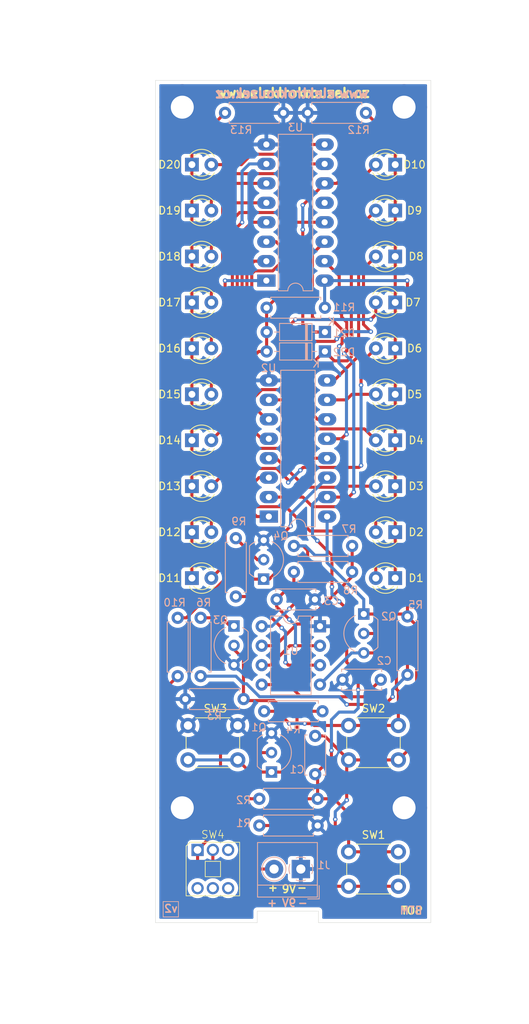
<source format=kicad_pcb>
(kicad_pcb (version 20241229) (generator "pcbnew") (generator_version "9.0")
  (title_block (title "Storm distance meter") (date "2025-01-21") (rev "1") (company "www.elektrokrouzek.cz"))
  (layers (0 "F.Cu" signal) (2 "B.Cu" signal) (13 "F.Paste" user) (15 "B.Paste" user) (5 "F.SilkS" user "F.Silkscreen") (7 "B.SilkS" user "B.Silkscreen") (1 "F.Mask" user) (3 "B.Mask" user) (25 "Edge.Cuts" user))
  (net 0 "")
  (net 1 "Net-(U1-THR)")
  (net 2 "GND")
  (net 3 "Net-(U1-CV)")
  (net 4 "RESET")
  (net 5 "VCC")
  (net 6 "Net-(D1-K)")
  (net 7 "CKEN")
  (net 8 "Net-(D1-A)")
  (net 9 "Net-(D3-A)")
  (net 10 "Net-(D2-A)")
  (net 11 "Net-(D4-A)")
  (net 12 "Net-(D5-A)")
  (net 13 "Net-(D6-A)")
  (net 14 "Net-(D7-A)")
  (net 15 "Net-(D8-A)")
  (net 16 "Net-(D9-A)")
  (net 17 "Net-(D10-A)")
  (net 18 "Net-(D11-A)")
  (net 19 "Net-(D13-A)")
  (net 20 "Net-(D11-K)")
  (net 21 "Net-(D14-A)")
  (net 22 "Net-(D15-A)")
  (net 23 "Net-(D16-A)")
  (net 24 "Net-(D17-A)")
  (net 25 "Net-(D18-A)")
  (net 26 "Net-(D19-A)")
  (net 27 "Net-(D20-A)")
  (net 28 "Net-(D12-A)")
  (net 29 "Net-(J1-Pin_2)")
  (net 30 "Net-(Q1-C)")
  (net 31 "Net-(Q1-B)")
  (net 32 "Net-(Q2-B)")
  (net 33 "Net-(Q2-E)")
  (net 34 "Net-(Q3-C)")
  (net 35 "Net-(U1-DIS)")
  (net 40 "Net-(U1-Q)")
  (net 41 "Net-(U2-Cout)")
  (net 43 "Net-(Q4-B)")
  (net 44 "Net-(Q4-C)")
  (footprint "LED_THT:LED_D3.0mm" (layer "F.Cu") (at 133.46 72)
    (property "Reference" "D15")
    (property "Value" "LED 3mm G")
  )
  (footprint "LED_THT:LED_D3.0mm" (layer "F.Cu") (at 133.46 66)
    (property "Reference" "D16")
    (property "Value" "LED 3mm G")
  )
  (footprint "LED_THT:LED_D3.0mm" (layer "F.Cu") (at 160.04 60 180)
    (property "Reference" "D7")
    (property "Value" "LED 3mm Y")
  )
  (footprint "LED_THT:LED_D3.0mm" (layer "F.Cu") (at 160.04 78 180)
    (property "Reference" "D4")
    (property "Value" "LED 3mm Y")
  )
  (footprint "LED_THT:LED_D3.0mm" (layer "F.Cu") (at 133.46 96)
    (property "Reference" "D11")
    (property "Value" "LED 3mm G")
  )
  (footprint "Button_Switch_THT:SW_PUSH_6mm_H9.5mm" (layer "F.Cu") (at 153.95 131.75)
    (property "Reference" "SW1")
    (property "Value" "6mm")
  )
  (footprint "LED_THT:LED_D3.0mm" (layer "F.Cu") (at 160.04 42 180)
    (property "Reference" "D10")
    (property "Value" "LED 3mm Y")
  )
  (footprint "Button_Switch_THT_Hap:SW_DPDT_7x7_Turbo" (layer "F.Cu") (at 136.2 134)
    (property "Reference" "SW4")
    (property "Value" "7x7mm")
  )
  (footprint "LED_THT:LED_D3.0mm" (layer "F.Cu") (at 133.46 60)
    (property "Reference" "D17")
    (property "Value" "LED 3mm G")
  )
  (footprint "LED_THT:LED_D3.0mm" (layer "F.Cu") (at 160.04 48 180)
    (property "Reference" "D9")
    (property "Value" "LED 3mm Y")
  )
  (footprint "LED_THT:LED_D3.0mm" (layer "F.Cu") (at 160.04 90 180)
    (property "Reference" "D2")
    (property "Value" "LED 3mm Y")
  )
  (footprint "Button_Switch_THT:SW_PUSH_6mm_H9.5mm" (layer "F.Cu") (at 132.95 115.25)
    (property "Reference" "SW3")
    (property "Value" "6mm")
  )
  (footprint "LED_THT:LED_D3.0mm" (layer "F.Cu") (at 160.04 84 180)
    (property "Reference" "D3")
    (property "Value" "LED 3mm Y")
  )
  (footprint "LED_THT:LED_D3.0mm" (layer "F.Cu") (at 133.46 54)
    (property "Reference" "D18")
    (property "Value" "LED 3mm G")
  )
  (footprint "LED_THT:LED_D3.0mm" (layer "F.Cu") (at 133.46 84)
    (property "Reference" "D13")
    (property "Value" "LED 3mm G")
  )
  (footprint "LED_THT:LED_D3.0mm" (layer "F.Cu") (at 160.04 66 180)
    (property "Reference" "D6")
    (property "Value" "LED 3mm Y")
  )
  (footprint "LED_THT:LED_D3.0mm" (layer "F.Cu") (at 133.46 78)
    (property "Reference" "D14")
    (property "Value" "LED 3mm G")
  )
  (footprint "LED_THT:LED_D3.0mm" (layer "F.Cu") (at 133.46 90)
    (property "Reference" "D12")
    (property "Value" "LED 3mm G")
  )
  (footprint "LED_THT:LED_D3.0mm" (layer "F.Cu") (at 160.04 96 180)
    (property "Reference" "D1")
    (property "Value" "LED 3mm Y")
  )
  (footprint "LED_THT:LED_D3.0mm" (layer "F.Cu") (at 133.46 42)
    (property "Reference" "D20")
    (property "Value" "LED 3mm G")
  )
  (footprint "Button_Switch_THT:SW_PUSH_6mm_H9.5mm" (layer "F.Cu") (at 153.95 115.25)
    (property "Reference" "SW2")
    (property "Value" "6mm")
  )
  (footprint "LED_THT:LED_D3.0mm" (layer "F.Cu") (at 160.04 54 180)
    (property "Reference" "D8")
    (property "Value" "LED 3mm Y")
  )
  (footprint "LED_THT:LED_D3.0mm" (layer "F.Cu") (at 133.46 48)
    (property "Reference" "D19")
    (property "Value" "LED 3mm G")
  )
  (footprint "LED_THT:LED_D3.0mm" (layer "F.Cu") (at 160.04 72 180)
    (property "Reference" "D5")
    (property "Value" "LED 3mm Y")
  )
  (footprint "Diode_THT:D_DO-35_SOD27_P7.62mm_Horizontal" (layer "B.Cu") (at 150.8475 66.405 180)
    (property "Reference" "D22")
    (property "Value" "1N4148")
  )
  (footprint "Package_DIP:DIP-16_W7.62mm_LongPads" (layer "B.Cu") (at 143.1925 57.15)
    (property "Reference" "U3")
    (property "Value" "4017")
  )
  (footprint "Package_DIP:DIP-8_W7.62mm" (layer "B.Cu") (at 150.2025 102.2925 180)
    (property "Reference" "U1")
    (property "Value" "NE555P")
  )
  (footprint "Diode_THT:D_DO-35_SOD27_P7.62mm_Horizontal" (layer "B.Cu") (at 150.8475 63.865 180)
    (property "Reference" "D21")
    (property "Value" "1N4148")
  )
  (footprint "Resistor_THT:R_Axial_DIN0207_L6.3mm_D2.5mm_P7.62mm_Horizontal" (layer "B.Cu") (at 161.6425 101.0125 -90)
    (property "Reference" "R5")
    (property "Value" "150k")
  )
  (footprint "Package_TO_SOT_THT:TO-92_Inline_Wide" (layer "B.Cu") (at 138.96 102.26 -90)
    (property "Reference" "Q3")
    (property "Value" "BC546")
  )
  (footprint "Package_TO_SOT_THT:TO-92_Inline_Wide" (layer "B.Cu") (at 143.8625 121.3325 90)
    (property "Reference" "Q1")
    (property "Value" "BC546")
  )
  (footprint "Package_DIP:DIP-16_W7.62mm_LongPads" (layer "B.Cu") (at 143.515 87.965)
    (property "Reference" "U2")
    (property "Value" "4017")
  )
  (footprint "Resistor_THT:R_Axial_DIN0207_L6.3mm_D2.5mm_P7.62mm_Horizontal" (layer "B.Cu") (at 154.41 95.2 180)
    (property "Reference" "R8")
    (property "Value" "150k")
  )
  (footprint "Capacitor_THT:C_Disc_D5.0mm_W2.5mm_P5.00mm" (layer "B.Cu") (at 144.5375 98.79)
    (property "Reference" "C3")
    (property "Value" "1uF")
  )
  (footprint "Resistor_THT:R_Axial_DIN0207_L6.3mm_D2.5mm_P7.62mm_Horizontal" (layer "B.Cu") (at 149.895 128.3175 180)
    (property "Reference" "R1")
    (property "Value" "150k")
  )
  (footprint "Package_TO_SOT_THT:TO-92_Inline_Wide" (layer "B.Cu") (at 155.9275 100.695 -90)
    (property "Reference" "Q2")
    (property "Value" "BC556")
  )
  (footprint "Capacitor_THT:C_Disc_D5.0mm_W2.5mm_P5.00mm" (layer "B.Cu") (at 149.5775 116.61 -90)
    (property "Reference" "C1")
    (property "Value" "1uF")
  )
  (footprint "Package_TO_SOT_THT:TO-92_Inline_Wide" (layer "B.Cu") (at 142.84 96.14 90)
    (property "Reference" "Q4")
    (property "Value" "BC546")
  )
  (footprint "Resistor_THT:R_Axial_DIN0207_L6.3mm_D2.5mm_P7.62mm_Horizontal" (layer "B.Cu") (at 137.795 35.2425)
    (property "Reference" "R13")
    (property "Value" "680R")
  )
  (footprint "Resistor_THT:R_Axial_DIN0207_L6.3mm_D2.5mm_P7.62mm_Horizontal" (layer "B.Cu") (at 142.91 113.395)
    (property "Reference" "R4")
    (property "Value" "10k")
  )
  (footprint "TerminalBlock_4Ucon:TerminalBlock_4Ucon_1x02_P3.50mm_Horizontal" (layer "B.Cu") (at 147.7 134 180)
    (property "Reference" "J1")
    (property "Value" "Terminal RM3.5")
  )
  (footprint "Resistor_THT:R_Axial_DIN0207_L6.3mm_D2.5mm_P7.62mm_Horizontal" (layer "B.Cu") (at 149.895 124.825 180)
    (property "Reference" "R2")
    (property "Value" "10k")
  )
  (footprint "Resistor_THT:R_Axial_DIN0207_L6.3mm_D2.5mm_P7.62mm_Horizontal" (layer "B.Cu") (at 139.2 90.79 -90)
    (property "Reference" "R9")
    (property "Value" "10k")
  )
  (footprint "Resistor_THT:R_Axial_DIN0207_L6.3mm_D2.5mm_P7.62mm_Horizontal" (layer "B.Cu") (at 150.8475 60.69 180)
    (property "Reference" "R11")
    (property "Value" "10k")
  )
  (footprint "Resistor_THT:R_Axial_DIN0207_L6.3mm_D2.5mm_P7.62mm_Horizontal" (layer "B.Cu") (at 131.6 101.19 -90)
    (property "Reference" "R10")
    (property "Value" "10k")
  )
  (footprint "Resistor_THT:R_Axial_DIN0207_L6.3mm_D2.5mm_P7.62mm_Horizontal" (layer "B.Cu") (at 134.6 101.19 -90)
    (property "Reference" "R6")
    (property "Value" "10k")
  )
  (footprint "Resistor_THT:R_Axial_DIN0207_L6.3mm_D2.5mm_P7.62mm_Horizontal" (layer "B.Cu") (at 156.21 35.2425 180)
    (property "Reference" "R12")
    (property "Value" "680R")
  )
  (footprint "Resistor_THT:R_Axial_DIN0207_L6.3mm_D2.5mm_P7.62mm_Horizontal" (layer "B.Cu") (at 140.22 111.8 180)
    (property "Reference" "R3")
    (property "Value" "150k")
  )
  (footprint "Capacitor_THT:C_Disc_D5.0mm_W2.5mm_P5.00mm" (layer "B.Cu") (at 158.15 109.2675 180)
    (property "Reference" "C2")
    (property "Value" "10nF")
  )
  (footprint "Resistor_THT:R_Axial_DIN0207_L6.3mm_D2.5mm_P7.62mm_Horizontal" (layer "B.Cu") (at 146.79 91.8)
    (property "Reference" "R7")
    (property "Value" "120k")
  )
  (gr_line (start 129.7 139.75) (end 129.7 138.25) (stroke (width 0.1)) (layer "B.SilkS"))
  (gr_line (start 129.7 140.25) (end 129.7 139.75) (stroke (width 0.1)) (layer "B.SilkS"))
  (gr_line (start 131.7 138.25) (end 131.7 139.75) (stroke (width 0.1)) (layer "B.SilkS"))
  (gr_line (start 131.7 139.75) (end 131.7 140.25) (stroke (width 0.1)) (layer "B.SilkS"))
  (gr_line (start 129.7 138.25) (end 131.7 138.25) (stroke (width 0.1)) (layer "B.SilkS"))
  (gr_line (start 131.7 140.25) (end 129.7 140.25) (stroke (width 0.1)) (layer "B.SilkS"))
  (gr_line (start 164.7 31) (end 128.7 31) (stroke (width 0.05)) (layer "Edge.Cuts"))
  (gr_line (start 150 139.5) (end 150 141) (stroke (width 0.05)) (layer "Edge.Cuts"))
  (gr_line (start 142 141) (end 142 139.5) (stroke (width 0.05)) (layer "Edge.Cuts"))
  (gr_line (start 128.7 141) (end 142 141) (stroke (width 0.05)) (layer "Edge.Cuts"))
  (gr_line (start 142 139.5) (end 150 139.5) (stroke (width 0.05)) (layer "Edge.Cuts"))
  (gr_line (start 150 141) (end 164.7 141) (stroke (width 0.05)) (layer "Edge.Cuts"))
  (gr_line (start 164.7 141) (end 164.7 31) (stroke (width 0.05)) (layer "Edge.Cuts"))
  (gr_line (start 128.7 31) (end 128.7 141) (stroke (width 0.05)) (layer "Edge.Cuts"))
  (gr_text "+" (at 143.3 137 0) (layer "F.SilkS") (effects (font (size 1 1) (thickness 0.2) (bold yes)) (justify left bottom)))
  (gr_text "-" (at 148.6 137 0) (layer "F.SilkS") (effects (font (size 1 1) (thickness 0.2) (bold yes)) (justify left bottom mirror)))
  (gr_text "www.elektrokrouzek.cz" (at 136.525 33.3375 0) (layer "F.SilkS") (effects (font (size 1.2 1.2) (thickness 0.3) (bold yes)) (justify left bottom)))
  (gr_text "9V" (at 145.0975 137.2 0) (layer "F.SilkS") (effects (font (size 1 1) (thickness 0.2) (bold yes)) (justify left bottom)))
  (gr_text "TOP" (at 160.7 140 0) (layer "F.SilkS") (effects (font (size 1 1) (thickness 0.2) (bold yes)) (justify left bottom)))
  (gr_text "+" (at 144.7 139 0) (layer "B.SilkS") (effects (font (size 1 1) (thickness 0.2) (bold yes)) (justify left bottom mirror)))
  (gr_text "www.elektrokrouzek.cz" (at 156.7 33.4 0) (layer "B.SilkS") (effects (font (size 1.2 1.2) (thickness 0.3) (bold yes)) (justify left bottom mirror)))
  (gr_text "BTM" (at 163.7 140 0) (layer "B.SilkS") (effects (font (size 1 1) (thickness 0.2) (bold yes)) (justify left bottom mirror)))
  (gr_text "v2" (at 131.7 139.75 0) (layer "B.SilkS") (effects (font (size 1 1) (thickness 0.2) (bold yes)) (justify left bottom mirror)))
  (gr_text "9V" (at 147.2 139 0) (layer "B.SilkS") (effects (font (size 1 1) (thickness 0.2) (bold yes)) (justify left bottom mirror)))
  (gr_text "-" (at 148.7 139 0) (layer "B.SilkS") (effects (font (size 1 1) (thickness 0.2) (bold yes)) (justify left bottom mirror)))
  (segment (start 144.5375 99.7375) (end 146.2 101.4) (width 0.4) (layer "F.Cu") (net 1))
  (segment (start 144.5375 98.79) (end 144.5375 99.7375) (width 0.4) (layer "F.Cu") (net 1))
  (segment (start 146.8 96.5275) (end 146.79 96.5175) (width 0.4) (layer "F.Cu") (net 1))
  (segment (start 146.79 96.5175) (end 146.79 95.2) (width 0.4) (layer "F.Cu") (net 1))
  (segment (start 146.25387 104.8325) (end 150.2025 104.8325) (width 0.4) (layer "F.Cu") (net 1))
  (segment (start 144.5375 98.79) (end 146.8 96.5275) (width 0.4) (layer "F.Cu") (net 1))
  (segment (start 143.71387 107.3725) (end 146.25387 104.8325) (width 0.4) (layer "F.Cu") (net 1))
  (segment (start 142.5825 107.3725) (end 143.71387 107.3725) (width 0.4) (layer "F.Cu") (net 1))
  (via (at 147 104.8) (size 0.6) (drill 0.3) (layers "F.Cu" "B.Cu") (net 1))
  (via (at 146.2 101.4) (size 0.6) (drill 0.3) (layers "F.Cu" "B.Cu") (net 1))
  (segment (start 147 102.2) (end 147 104.8) (width 0.4) (layer "B.Cu") (net 1))
  (segment (start 146.2 101.4) (end 147 102.2) (width 0.4) (layer "B.Cu") (net 1))
  (via (at 132.2 126) (size 6) (drill 3) (layers "F.Cu" "B.Cu") (net 2))
  (via (at 161.2 34.5) (size 6) (drill 3) (layers "F.Cu" "B.Cu") (net 2))
  (via (at 161.2 126) (size 6) (drill 3) (layers "F.Cu" "B.Cu") (net 2))
  (via (at 132.2 34.5) (size 6) (drill 3) (layers "F.Cu" "B.Cu") (net 2))
  (segment (start 142.5825 109.9125) (end 146.1125 109.9125) (width 0.4) (layer "F.Cu") (net 3))
  (segment (start 155.9175 111.5) (end 158.15 109.2675) (width 0.4) (layer "F.Cu") (net 3))
  (segment (start 147.7 111.5) (end 155.9175 111.5) (width 0.4) (layer "F.Cu") (net 3))
  (segment (start 146.1125 109.9125) (end 147.7 111.5) (width 0.4) (layer "F.Cu") (net 3))
  (segment (start 151.765 93.0275) (end 151.765 97.155) (width 0.4) (layer "F.Cu") (net 4))
  (segment (start 151.135 85.425) (end 153.97 85.425) (width 0.4) (layer "F.Cu") (net 4))
  (segment (start 155.2 108.5) (end 153.7 107) (width 0.4) (layer "F.Cu") (net 4))
  (segment (start 160.45 131.75) (end 153.95 131.75) (width 0.4) (layer "F.Cu") (net 4))
  (segment (start 153.7 100.0425) (end 152.7175 99.06) (width 0.4) (layer "F.Cu") (net 4))
  (segment (start 153.7 107) (end 153.7 100.0425) (width 0.4) (layer "F.Cu") (net 4))
  (segment (start 152.7175 56.515) (end 152.7175 61.2775) (width 0.4) (layer "F.Cu") (net 4))
  (segment (start 153.7 62.5775) (end 153.7 66.3275) (width 0.4) (layer "F.Cu") (net 4))
  (segment (start 153.7 66.3275) (end 153.3525 66.675) (width 0.4) (layer "F.Cu") (net 4))
  (segment (start 153.3525 66.675) (end 153.371225 66.693725) (width 0.4) (layer "F.Cu") (net 4))
  (segment (start 149.5775 121.61) (end 151.7 119.4875) (width 0.4) (layer "F.Cu") (net 4))
  (segment (start 153.035 61.9125) (end 153.7 62.5775) (width 0.4) (layer "F.Cu") (net 4))
  (segment (start 144.8825 128.3175) (end 148.375 124.825) (width 0.4) (layer "F.Cu") (net 4))
  (segment (start 153.035 61.595) (end 153.035 61.9125) (width 0.4) (layer "F.Cu") (net 4))
  (segment (start 152.025 124.825) (end 149.895 124.825) (width 0.4) (layer "F.Cu") (net 4))
  (segment (start 155.2 110.6) (end 155.2 108.5) (width 0.4) (layer "F.Cu") (net 4))
  (segment (start 151.7 119.4875) (end 151.7 118.5) (width 0.4) (layer "F.Cu") (net 4))
  (segment (start 152.7175 61.2775) (end 153.035 61.595) (width 0.4) (layer "F.Cu") (net 4))
  (segment (start 149.895 124.825) (end 149.895 121.9275) (width 0.4) (layer "F.Cu") (net 4))
  (segment (start 149.86 91.1225) (end 151.765 93.0275) (width 0.4) (layer "F.Cu") (net 4))
  (segment (start 153.97 85.425) (end 154.6225 84.7725) (width 0.4) (layer "F.Cu") (net 4))
  (segment (start 148.375 124.825) (end 149.895 124.825) (width 0.4) (layer "F.Cu") (net 4))
  (segment (start 153.95 131.75) (end 153.95 126.75) (width 0.4) (layer "F.Cu") (net 4))
  (segment (start 142.275 128.3175) (end 144.8825 128.3175) (width 0.4) (layer "F.Cu") (net 4))
  (segment (start 153.95 126.75) (end 152.025 124.825) (width 0.4) (layer "F.Cu") (net 4))
  (segment (start 149.895 121.9275) (end 149.5775 121.61) (width 0.4) (layer "F.Cu") (net 4))
  (segment (start 150.8125 54.61) (end 152.7175 56.515) (width 0.4) (layer "F.Cu") (net 4))
  (via (at 154.6225 84.7725) (size 0.6) (drill 0.3) (layers "F.Cu" "B.Cu") (net 4))
  (via (at 151.765 97.155) (size 0.6) (drill 0.3) (layers "F.Cu" "B.Cu") (net 4))
  (via (at 152.7175 99.06) (size 0.6) (drill 0.3) (layers "F.Cu" "B.Cu") (net 4))
  (via (at 155.2 110.6) (size 0.6) (drill 0.3) (layers "F.Cu" "B.Cu") (net 4))
  (via (at 149.86 91.1225) (size 0.6) (drill 0.3) (layers "F.Cu" "B.Cu") (net 4))
  (via (at 153.371225 66.693725) (size 0.6) (drill 0.3) (layers "F.Cu" "B.Cu") (net 4))
  (via (at 151.7 118.5) (size 0.6) (drill 0.3) (layers "F.Cu" "B.Cu") (net 4))
  (segment (start 151.7 114.5) (end 151.7 118.5) (width 0.4) (layer "B.Cu") (net 4))
  (segment (start 155.2 113) (end 154.7 113.5) (width 0.4) (layer "B.Cu") (net 4))
  (segment (start 151.765 98.1075) (end 152.7175 99.06) (width 0.4) (layer "B.Cu") (net 4))
  (segment (start 149.225 90.4875) (end 149.86 91.1225) (width 0.4) (layer "B.Cu") (net 4))
  (segment (start 149.225 86.36) (end 149.225 90.4875) (width 0.4) (layer "B.Cu") (net 4))
  (segment (start 154.6225 67.945) (end 153.371225 66.693725) (width 0.4) (layer "B.Cu") (net 4))
  (segment (start 154.7 113.5) (end 152.7 113.5) (width 0.4) (layer "B.Cu") (net 4))
  (segment (start 151.135 85.425) (end 150.16 85.425) (width 0.4) (layer "B.Cu") (net 4))
  (segment (start 152.7 113.5) (end 151.7 114.5) (width 0.4) (layer "B.Cu") (net 4))
  (segment (start 155.2 110.6) (end 155.2 113) (width 0.4) (layer "B.Cu") (net 4))
  (segment (start 150.16 85.425) (end 149.225 86.36) (width 0.4) (layer "B.Cu") (net 4))
  (segment (start 154.6225 84.7725) (end 154.6225 67.945) (width 0.4) (layer "B.Cu") (net 4))
  (segment (start 151.765 97.155) (end 151.765 98.1075) (width 0.4) (layer "B.Cu") (net 4))
  (segment (start 155.9275 100.695) (end 161.325 100.695) (width 0.4) (layer "F.Cu") (net 5))
  (segment (start 134.2 133) (end 136.2 135) (width 0.4) (layer "F.Cu") (net 5))
  (segment (start 134.2 131.5) (end 134.2 133) (width 0.4) (layer "F.Cu") (net 5))
  (segment (start 153.95 119.75) (end 160.45 119.75) (width 0.4) (layer "F.Cu") (net 5))
  (segment (start 153.95 136.25) (end 160.45 136.25) (width 0.4) (layer "F.Cu") (net 5))
  (segment (start 146.79 91.8) (end 147.9975 91.8) (width 0.4) (layer "F.Cu") (net 5))
  (segment (start 135.6 130.1) (end 135.6 123.9) (width 0.4) (layer "F.Cu") (net 5))
  (segment (start 131.8 122) (end 130.6 120.8) (width 0.4) (layer "F.Cu") (net 5))
  (segment (start 161.6075 57.15) (end 161.6425 57.185) (width 0.4) (layer "F.Cu") (net 5))
  (segment (start 161.6425 57.185) (end 161.6425 101.0125) (width 0.4) (layer "F.Cu") (net 5))
  (segment (start 161.325 100.695) (end 161.6425 101.0125) (width 0.4) (layer "F.Cu") (net 5))
  (segment (start 152.2 136.25) (end 152.2 127.5) (width 0.4) (layer "F.Cu") (net 5))
  (segment (start 133.7 122) (end 131.8 122) (width 0.4) (layer "F.Cu") (net 5))
  (segment (start 147.99 98.21) (end 146.2 100) (width 0.4) (layer "F.Cu") (net 5))
  (segment (start 147.99 96.8025) (end 148.59 96.2025) (width 0.4) (layer "F.Cu") (net 5))
  (segment (start 150.81 116.61) (end 153.95 119.75) (width 0.4) (layer "F.Cu") (net 5))
  (segment (start 134.2 131.5) (end 135.6 130.1) (width 0.4) (layer "F.Cu") (net 5))
  (segment (start 162.8425 102.2125) (end 161.6425 101.0125) (width 0.4) (layer "F.Cu") (net 5))
  (segment (start 152.2 136.25) (end 142.45 136.25) (width 0.4) (layer "F.Cu") (net 5))
  (segment (start 153.95 136.25) (end 152.2 136.25) (width 0.4) (layer "F.Cu") (net 5))
  (segment (start 160.45 119.75) (end 162.8425 117.3575) (width 0.4) (layer "F.Cu") (net 5))
  (segment (start 147.9975 91.8) (end 148.59 92.3925) (width 0.4) (layer "F.Cu") (net 5))
  (segment (start 162.8425 117.3575) (end 162.8425 102.2125) (width 0.4) (layer "F.Cu") (net 5))
  (segment (start 130.6 120.8) (end 130.6 109.81) (width 0.4) (layer "F.Cu") (net 5))
  (segment (start 130.6 109.81) (end 131.6 108.81) (width 0.4) (layer "F.Cu") (net 5))
  (segment (start 135.6 123.9) (end 133.7 122) (width 0.4) (layer "F.Cu") (net 5))
  (segment (start 142.45 136.25) (end 141.2 135) (width 0.4) (layer "F.Cu") (net 5))
  (segment (start 136.2 135) (end 141.2 135) (width 0.4) (layer "F.Cu") (net 5))
  (segment (start 147.99 98.21) (end 147.99 96.8025) (width 0.4) (layer "F.Cu") (net 5))
  (segment (start 148.59 92.3925) (end 148.59 96.2025) (width 0.4) (layer "F.Cu") (net 5))
  (segment (start 153.7 120) (end 153.7 124.5) (width 0.4) (layer "F.Cu") (net 5))
  (segment (start 149.5775 116.61) (end 150.81 116.61) (width 0.4) (layer "F.Cu") (net 5))
  (segment (start 153.95 119.75) (end 153.7 120) (width 0.4) (layer "F.Cu") (net 5))
  (segment (start 153.7 124.5) (end 153.7 125) (width 0.4) (layer "F.Cu") (net 5))
  (via (at 161.6075 57.15) (size 0.6) (drill 0.3) (layers "F.Cu" "B.Cu") (net 5))
  (via (at 146.2 100) (size 0.6) (drill 0.3) (layers "F.Cu" "B.Cu") (net 5))
  (via (at 153.7 125) (size 0.6) (drill 0.3) (layers "F.Cu" "B.Cu") (net 5))
  (via (at 152.2 127.5) (size 0.6) (drill 0.3) (layers "F.Cu" "B.Cu") (net 5))
  (segment (start 143.9075 102.2925) (end 142.5825 102.2925) (width 0.4) (layer "B.Cu") (net 5))
  (segment (start 150.8125 60.655) (end 150.8475 60.69) (width 0.4) (layer "B.Cu") (net 5))
  (segment (start 152.2 126.5) (end 152.2 127.5) (width 0.4) (layer "B.Cu") (net 5))
  (segment (start 161.6075 57.15) (end 150.8125 57.15) (width 0.4) (layer "B.Cu") (net 5))
  (segment (start 148.315 91.8) (end 149.5425 93.0275) (width 0.4) (layer "B.Cu") (net 5))
  (segment (start 151.135 93.0275) (end 151.135 93.985) (width 0.4) (layer "B.Cu") (net 5))
  (segment (start 151.135 93.985) (end 155.9275 98.7775) (width 0.4) (layer "B.Cu") (net 5))
  (segment (start 151.135 87.965) (end 151.135 93.0275) (width 0.4) (layer "B.Cu") (net 5))
  (segment (start 149.5425 93.0275) (end 151.135 93.0275) (width 0.4) (layer "B.Cu") (net 5))
  (segment (start 155.9275 98.7775) (end 155.9275 100.695) (width 0.4) (layer "B.Cu") (net 5))
  (segment (start 150.8125 57.15) (end 150.8125 60.655) (width 0.4) (layer "B.Cu") (net 5))
  (segment (start 146.2 100) (end 143.9075 102.2925) (width 0.4) (layer "B.Cu") (net 5))
  (segment (start 153.7 125) (end 152.2 126.5) (width 0.4) (layer "B.Cu") (net 5))
  (segment (start 146.79 91.8) (end 148.315 91.8) (width 0.4) (layer "B.Cu") (net 5))
  (segment (start 160.04 78) (end 160.04 72) (width 0.4) (layer "F.Cu") (net 6))
  (segment (start 160.04 48) (end 160.04 42) (width 0.4) (layer "F.Cu") (net 6))
  (segment (start 160.04 60) (end 160.04 54) (width 0.4) (layer "F.Cu") (net 6))
  (segment (start 160.04 66) (end 160.04 60) (width 0.4) (layer "F.Cu") (net 6))
  (segment (start 160.04 72) (end 160.04 66) (width 0.4) (layer "F.Cu") (net 6))
  (segment (start 160.04 84) (end 160.04 78) (width 0.4) (layer "F.Cu") (net 6))
  (segment (start 160.04 39.0725) (end 156.21 35.2425) (width 0.4) (layer "F.Cu") (net 6))
  (segment (start 160.04 96) (end 160.04 90) (width 0.4) (layer "F.Cu") (net 6))
  (segment (start 160.04 42) (end 160.04 39.0725) (width 0.4) (layer "F.Cu") (net 6))
  (segment (start 160.04 90) (end 160.04 84) (width 0.4) (layer "F.Cu") (net 6))
  (segment (start 160.04 54) (end 160.04 48) (width 0.4) (layer "F.Cu") (net 6))
  (segment (start 151.135 80.345) (end 146.7025 80.345) (width 0.4) (layer "F.Cu") (net 7))
  (segment (start 145.7325 58.185) (end 145.7325 50.8) (width 0.4) (layer "F.Cu") (net 7))
  (segment (start 143.2275 60.69) (end 145.7325 58.185) (width 0.4) (layer "F.Cu") (net 7))
  (segment (start 141.605 79.0575) (end 140.335 77.7875) (width 0.4) (layer "F.Cu") (net 7))
  (segment (start 142.1925 66.405) (end 143.2275 66.405) (width 0.4) (layer "F.Cu") (net 7))
  (segment (start 140.335 77.7875) (end 140.335 69.869194) (width 0.4) (layer "F.Cu") (net 7))
  (segment (start 147.0025 49.53) (end 145.7325 50.8) (width 0.4) (layer "F.Cu") (net 7))
  (segment (start 145.415 79.0575) (end 141.605 79.0575) (width 0.4) (layer "F.Cu") (net 7))
  (segment (start 143.2275 63.865) (end 143.2275 60.69) (width 0.4) (layer "F.Cu") (net 7))
  (segment (start 141.2875 68.916694) (end 141.2875 67.31) (width 0.4) (layer "F.Cu") (net 7))
  (segment (start 140.335 69.869194) (end 141.2875 68.916694) (width 0.4) (layer "F.Cu") (net 7))
  (segment (start 143.2275 63.865) (end 143.2275 66.405) (width 0.4) (layer "F.Cu") (net 7))
  (segment (start 141.2875 67.31) (end 142.1925 66.405) (width 0.4) (layer "F.Cu") (net 7))
  (segment (start 150.8125 49.53) (end 147.0025 49.53) (width 0.4) (layer "F.Cu") (net 7))
  (segment (start 146.7025 80.345) (end 145.415 79.0575) (width 0.4) (layer "F.Cu") (net 7))
  (segment (start 141.9225 86.6775) (end 141.2875 86.0425) (width 0.4) (layer "F.Cu") (net 8))
  (segment (start 141.2875 86.0425) (end 141.2875 83.82) (width 0.4) (layer "F.Cu") (net 8))
  (segment (start 148.9075 89.8525) (end 145.7325 86.6775) (width 0.4) (layer "F.Cu") (net 8))
  (segment (start 157.5 96) (end 157.5 92.4125) (width 0.4) (layer "F.Cu") (net 8))
  (segment (start 145.7325 86.6775) (end 141.9225 86.6775) (width 0.4) (layer "F.Cu") (net 8))
  (segment (start 142.2225 82.885) (end 141.2875 83.82) (width 0.4) (layer "F.Cu") (net 8))
  (segment (start 143.515 82.885) (end 142.2225 82.885) (width 0.4) (layer "F.Cu") (net 8))
  (segment (start 154.94 89.8525) (end 148.9075 89.8525) (width 0.4) (layer "F.Cu") (net 8))
  (segment (start 157.5 92.4125) (end 154.94 89.8525) (width 0.4) (layer "F.Cu") (net 8))
  (segment (start 143.515 80.345) (end 144.48 80.345) (width 0.4) (layer "F.Cu") (net 9))
  (segment (start 153.035 84.1375) (end 153.1725 84) (width 0.4) (layer "F.Cu") (net 9))
  (segment (start 153.1725 84) (end 157.5 84) (width 0.4) (layer "F.Cu") (net 9))
  (segment (start 144.48 80.345) (end 148.2725 84.1375) (width 0.4) (layer "F.Cu") (net 9))
  (segment (start 148.2725 84.1375) (end 153.035 84.1375) (width 0.4) (layer "F.Cu") (net 9))
  (segment (start 149.225 86.6775) (end 156.5275 86.6775) (width 0.4) (layer "F.Cu") (net 10))
  (segment (start 157.5 87.65) (end 157.5 90) (width 0.4) (layer "F.Cu") (net 10))
  (segment (start 143.515 85.425) (end 147.9725 85.425) (width 0.4) (layer "F.Cu") (net 10))
  (segment (start 156.5275 86.6775) (end 157.5 87.65) (width 0.4) (layer "F.Cu") (net 10))
  (segment (start 147.9725 85.425) (end 149.225 86.6775) (width 0.4) (layer "F.Cu") (net 10))
  (segment (start 143.515 72.725) (end 145.4325 72.725) (width 0.4) (layer "F.Cu") (net 11))
  (segment (start 149.225 76.5175) (end 156.0175 76.5175) (width 0.4) (layer "F.Cu") (net 11))
  (segment (start 145.4325 72.725) (end 149.225 76.5175) (width 0.4) (layer "F.Cu") (net 11))
  (segment (start 156.0175 76.5175) (end 157.5 78) (width 0.4) (layer "F.Cu") (net 11))
  (segment (start 154.3775 72) (end 157.5 72) (width 0.4) (layer "F.Cu") (net 12))
  (segment (start 151.135 72.725) (end 153.6525 72.725) (width 0.4) (layer "F.Cu") (net 12))
  (segment (start 153.6525 72.725) (end 154.3775 72) (width 0.4) (layer "F.Cu") (net 12))
  (segment (start 155.31 81.545) (end 155.575 81.28) (width 0.4) (layer "F.Cu") (net 13))
  (segment (start 144.55 81.685) (end 146.05 83.185) (width 0.4) (layer "F.Cu") (net 13))
  (segment (start 148.0075 81.545) (end 155.31 81.545) (width 0.4) (layer "F.Cu") (net 13))
  (segment (start 155.575 67.925) (end 155.575 70.8025) (width 0.4) (layer "F.Cu") (net 13))
  (segment (start 140.335 83.185) (end 141.835 81.685) (width 0.4) (layer "F.Cu") (net 13))
  (segment (start 157.5 66) (end 155.575 67.925) (width 0.4) (layer "F.Cu") (net 13))
  (segment (start 141.835 81.685) (end 144.55 81.685) (width 0.4) (layer "F.Cu") (net 13))
  (segment (start 141.94 87.965) (end 140.335 86.36) (width 0.4) (layer "F.Cu") (net 13))
  (segment (start 140.335 86.36) (end 140.335 83.185) (width 0.4) (layer "F.Cu") (net 13))
  (segment (start 143.515 87.965) (end 141.94 87.965) (width 0.4) (layer "F.Cu") (net 13))
  (segment (start 147.6375 81.915) (end 148.0075 81.545) (width 0.4) (layer "F.Cu") (net 13))
  (segment (start 146.05 83.185) (end 146.05 83.5025) (width 0.4) (layer "F.Cu") (net 13))
  (via (at 147.6375 81.915) (size 0.6) (drill 0.3) (layers "F.Cu" "B.Cu") (net 13))
  (via (at 155.575 81.28) (size 0.6) (drill 0.3) (layers "F.Cu" "B.Cu") (net 13))
  (via (at 146.05 83.5025) (size 0.6) (drill 0.3) (layers "F.Cu" "B.Cu") (net 13))
  (via (at 155.575 70.8025) (size 0.6) (drill 0.3) (layers "F.Cu" "B.Cu") (net 13))
  (segment (start 155.575 70.8025) (end 155.575 81.28) (width 0.4) (layer "B.Cu") (net 13))
  (segment (start 146.05 83.5025) (end 147.6375 81.915) (width 0.4) (layer "B.Cu") (net 13))
  (segment (start 143.515 77.805) (end 142.575 77.805) (width 0.4) (layer "F.Cu") (net 14))
  (segment (start 146.3675 62.865) (end 147.0025 62.23) (width 0.4) (layer "F.Cu") (net 14))
  (segment (start 140.97 70.082722) (end 142.790222 68.2625) (width 0.4) (layer "F.Cu") (net 14))
  (segment (start 142.790222 68.2625) (end 145.415 68.2625) (width 0.4) (layer "F.Cu") (net 14))
  (segment (start 157.5 61.575) (end 157.5 60) (width 0.4) (layer "F.Cu") (net 14))
  (segment (start 145.415 68.2625) (end 146.3675 67.31) (width 0.4) (layer "F.Cu") (net 14))
  (segment (start 146.3675 67.31) (end 146.3675 62.865) (width 0.4) (layer "F.Cu") (net 14))
  (segment (start 140.97 76.2) (end 140.97 70.082722) (width 0.4) (layer "F.Cu") (net 14))
  (segment (start 142.575 77.805) (end 140.97 76.2) (width 0.4) (layer "F.Cu") (net 14))
  (segment (start 156.845 62.23) (end 157.5 61.575) (width 0.4) (layer "F.Cu") (net 14))
  (via (at 156.845 62.23) (size 0.6) (drill 0.3) (layers "F.Cu" "B.Cu") (net 14))
  (via (at 147.0025 62.23) (size 0.6) (drill 0.3) (layers "F.Cu" "B.Cu") (net 14))
  (segment (start 147.0025 62.23) (end 156.845 62.23) (width 0.4) (layer "B.Cu") (net 14))
  (segment (start 155.8925 55.6075) (end 157.5 54) (width 0.4) (layer "F.Cu") (net 15))
  (segment (start 152.4 64.77) (end 152.0825 65.0875) (width 0.4) (layer "F.Cu") (net 15))
  (segment (start 147.32 70.1675) (end 146.1025 71.385) (width 0.4) (layer "F.Cu") (net 15))
  (segment (start 142.61 71.385) (end 141.605 72.39) (width 0.4) (layer "F.Cu") (net 15))
  (segment (start 155.8925 62.865) (end 155.8925 55.6075) (width 0.4) (layer "F.Cu") (net 15))
  (segment (start 156.845 63.8175) (end 155.8925 62.865) (width 0.4) (layer "F.Cu") (net 15))
  (segment (start 146.1025 71.385) (end 142.61 71.385) (width 0.4) (layer "F.Cu") (net 15))
  (segment (start 141.605 73.66) (end 143.21 75.265) (width 0.4) (layer "F.Cu") (net 15))
  (segment (start 143.21 75.265) (end 143.515 75.265) (width 0.4) (layer "F.Cu") (net 15))
  (segment (start 147.32 66.675) (end 147.32 70.1675) (width 0.4) (layer "F.Cu") (net 15))
  (segment (start 148.9075 65.0875) (end 147.32 66.675) (width 0.4) (layer "F.Cu") (net 15))
  (segment (start 152.0825 65.0875) (end 148.9075 65.0875) (width 0.4) (layer "F.Cu") (net 15))
  (segment (start 141.605 72.39) (end 141.605 73.66) (width 0.4) (layer "F.Cu") (net 15))
  (via (at 152.4 64.77) (size 0.6) (drill 0.3) (layers "F.Cu" "B.Cu") (net 15))
  (via (at 156.845 63.8175) (size 0.6) (drill 0.3) (layers "F.Cu" "B.Cu") (net 15))
  (segment (start 153.3525 63.8175) (end 156.845 63.8175) (width 0.4) (layer "B.Cu") (net 15))
  (segment (start 152.4 64.77) (end 153.3525 63.8175) (width 0.4) (layer "B.Cu") (net 15))
  (segment (start 155.2575 50.2425) (end 155.2575 66.9925) (width 0.4) (layer "F.Cu") (net 16))
  (segment (start 157.5 48) (end 155.2575 50.2425) (width 0.4) (layer "F.Cu") (net 16))
  (segment (start 152.065 70.185) (end 151.135 70.185) (width 0.4) (layer "F.Cu") (net 16))
  (segment (start 155.2575 66.9925) (end 152.065 70.185) (width 0.4) (layer "F.Cu") (net 16))
  (segment (start 148.59 73.9775) (end 148.59 68.58) (width 0.4) (layer "F.Cu") (net 17))
  (segment (start 157.5 42) (end 154.305 45.195) (width 0.4) (layer "F.Cu") (net 17))
  (segment (start 151.135 75.265) (end 149.8775 75.265) (width 0.4) (layer "F.Cu") (net 17))
  (segment (start 150.765 66.405) (end 148.59 68.58) (width 0.4) (layer "F.Cu") (net 17))
  (segment (start 149.8775 75.265) (end 148.59 73.9775) (width 0.4) (layer "F.Cu") (net 17))
  (segment (start 153.773972 67.6275) (end 152.07 67.6275) (width 0.4) (layer "F.Cu") (net 17))
  (segment (start 154.305 67.096472) (end 153.773972 67.6275) (width 0.4) (layer "F.Cu") (net 17))
  (segment (start 150.8475 66.405) (end 150.765 66.405) (width 0.4) (layer "F.Cu") (net 17))
  (segment (start 154.305 45.195) (end 154.305 67.096472) (width 0.4) (layer "F.Cu") (net 17))
  (segment (start 152.07 67.6275) (end 150.8475 66.405) (width 0.4) (layer "F.Cu") (net 17))
  (segment (start 141.2875 64.77) (end 141.2875 56.255) (width 0.4) (layer "F.Cu") (net 18))
  (segment (start 140.6175 65.44) (end 141.2875 64.77) (width 0.4) (layer "F.Cu") (net 18))
  (segment (start 137.795 94.205) (end 137.795 86.6775) (width 0.4) (layer "F.Cu") (net 18))
  (segment (start 136 96) (end 137.795 94.205) (width 0.4) (layer "F.Cu") (net 18))
  (segment (start 139.7 84.7725) (end 139.7 69.428528) (width 0.4) (layer "F.Cu") (net 18))
  (segment (start 144.019556 55.88) (end 145.0975 54.802056) (width 0.4) (layer "F.Cu") (net 18))
  (segment (start 145.0975 54.802056) (end 145.0975 52.705) (width 0.4) (layer "F.Cu") (net 18))
  (segment (start 141.6625 55.88) (end 144.019556 55.88) (width 0.4) (layer "F.Cu") (net 18))
  (segment (start 144.4625 52.07) (end 143.1925 52.07) (width 0.4) (layer "F.Cu") (net 18))
  (segment (start 139.7 69.428528) (end 140.6175 68.511028) (width 0.4) (layer "F.Cu") (net 18))
  (segment (start 145.0975 52.705) (end 144.4625 52.07) (width 0.4) (layer "F.Cu") (net 18))
  (segment (start 140.6175 68.511028) (end 140.6175 65.44) (width 0.4) (layer "F.Cu") (net 18))
  (segment (start 141.2875 56.255) (end 141.6625 55.88) (width 0.4) (layer "F.Cu") (net 18))
  (segment (start 137.795 86.6775) (end 139.7 84.7725) (width 0.4) (layer "F.Cu") (net 18))
  (segment (start 139.3825 64.4525) (end 139.3825 67.6275) (width 0.4) (layer "F.Cu") (net 19))
  (segment (start 140.0175 63.8175) (end 139.3825 64.4525) (width 0.4) (layer "F.Cu") (net 19))
  (segment (start 138.395 68.615) (end 138.395 81.605) (width 0.4) (layer "F.Cu") (net 19))
  (segment (start 139.3825 67.6275) (end 138.395 68.615) (width 0.4) (layer "F.Cu") (net 19))
  (segment (start 143.1925 49.53) (end 141.2875 49.53) (width 0.4) (layer "F.Cu") (net 19))
  (segment (start 138.395 81.605) (end 136 84) (width 0.4) (layer "F.Cu") (net 19))
  (segment (start 141.2875 49.53) (end 140.0175 50.8) (width 0.4) (layer "F.Cu") (net 19))
  (segment (start 140.0175 50.8) (end 140.0175 63.8175) (width 0.4) (layer "F.Cu") (net 19))
  (segment (start 133.46 39.5775) (end 137.795 35.2425) (width 0.4) (layer "F.Cu") (net 20))
  (segment (start 133.46 78) (end 133.46 72) (width 0.4) (layer "F.Cu") (net 20))
  (segment (start 133.46 54) (end 133.46 48) (width 0.4) (layer "F.Cu") (net 20))
  (segment (start 133.46 42) (end 133.46 39.5775) (width 0.4) (layer "F.Cu") (net 20))
  (segment (start 133.46 72) (end 133.46 66) (width 0.4) (layer "F.Cu") (net 20))
  (segment (start 133.46 84) (end 133.46 78) (width 0.4) (layer "F.Cu") (net 20))
  (segment (start 133.46 60) (end 133.46 54) (width 0.4) (layer "F.Cu") (net 20))
  (segment (start 133.46 96) (end 133.46 90) (width 0.4) (layer "F.Cu") (net 20))
  (segment (start 133.46 90) (end 133.46 84) (width 0.4) (layer "F.Cu") (net 20))
  (segment (start 133.46 66) (end 133.46 60) (width 0.4) (layer "F.Cu") (net 20))
  (segment (start 133.46 48) (end 133.46 42) (width 0.4) (layer "F.Cu") (net 20))
  (segment (start 138.7475 67.31) (end 138.7475 63.8175) (width 0.4) (layer "F.Cu") (net 21))
  (segment (start 137.795 68.2625) (end 138.7475 67.31) (width 0.4) (layer "F.Cu") (net 21))
  (segment (start 139.3825 50.165) (end 140.0175 49.53) (width 0.4) (layer "F.Cu") (net 21))
  (segment (start 138.7475 63.8175) (end 139.3825 63.1825) (width 0.4) (layer "F.Cu") (net 21))
  (segment (start 139.3825 63.1825) (end 139.3825 50.165) (width 0.4) (layer "F.Cu") (net 21))
  (segment (start 136 78) (end 137.795 76.205) (width 0.4) (layer "F.Cu") (net 21))
  (segment (start 137.795 76.205) (end 137.795 68.2625) (width 0.4) (layer "F.Cu") (net 21))
  (via (at 140.0175 49.53) (size 0.6) (drill 0.3) (layers "F.Cu" "B.Cu") (net 21))
  (segment (start 143.1925 41.91) (end 140.97 41.91) (width 0.4) (layer "B.Cu") (net 21))
  (segment (start 140.0175 42.8625) (end 140.0175 49.53) (width 0.4) (layer "B.Cu") (net 21))
  (segment (start 140.97 41.91) (end 140.0175 42.8625) (width 0.4) (layer "B.Cu") (net 21))
  (segment (start 150.8125 41.91) (end 147.955 41.91) (width 0.4) (layer "F.Cu") (net 22))
  (segment (start 136 68.1525) (end 136 72) (width 0.4) (layer "F.Cu") (net 22))
  (segment (start 137.795 63.1825) (end 137.795 66.3575) (width 0.4) (layer "F.Cu") (net 22))
  (segment (start 138.7475 49.2125) (end 138.7475 62.23) (width 0.4) (layer "F.Cu") (net 22))
  (segment (start 139.7 48.26) (end 138.7475 49.2125) (width 0.4) (layer "F.Cu") (net 22))
  (segment (start 138.7475 62.23) (end 137.795 63.1825) (width 0.4) (layer "F.Cu") (net 22))
  (segment (start 145.7325 47.3075) (end 144.78 48.26) (width 0.4) (layer "F.Cu") (net 22))
  (segment (start 147.955 41.91) (end 145.7325 44.1325) (width 0.4) (layer "F.Cu") (net 22))
  (segment (start 137.795 66.3575) (end 136 68.1525) (width 0.4) (layer "F.Cu") (net 22))
  (segment (start 144.78 48.26) (end 139.7 48.26) (width 0.4) (layer "F.Cu") (net 22))
  (segment (start 145.7325 44.1325) (end 145.7325 47.3075) (width 0.4) (layer "F.Cu") (net 22))
  (segment (start 137.795 61.595) (end 137.795 57.15) (width 0.4) (layer "F.Cu") (net 23))
  (segment (start 136 63.39) (end 137.795 61.595) (width 0.4) (layer "F.Cu") (net 23))
  (segment (start 136 66) (end 136 63.39) (width 0.4) (layer "F.Cu") (net 23))
  (via (at 137.795 57.15) (size 0.6) (drill 0.3) (layers "F.Cu" "B.Cu") (net 23))
  (segment (start 143.1925 57.15) (end 137.795 57.15) (width 0.4) (layer "B.Cu") (net 23))
  (segment (start 138.0775 47.9775) (end 139.065 46.99) (width 0.4) (layer "F.Cu") (net 24))
  (segment (start 138.0775 50.2) (end 138.0775 47.9775) (width 0.4) (layer "F.Cu") (net 24))
  (segment (start 139.065 46.99) (end 143.1925 46.99) (width 0.4) (layer "F.Cu") (net 24))
  (segment (start 136 56.405) (end 137.4775 54.9275) (width 0.4) (layer "F.Cu") (net 24))
  (segment (start 137.4775 54.9275) (end 137.4775 50.8) (width 0.4) (layer "F.Cu") (net 24))
  (segment (start 137.4775 50.8) (end 138.0775 50.2) (width 0.4) (layer "F.Cu") (net 24))
  (segment (start 136 60) (end 136 56.405) (width 0.4) (layer "F.Cu") (net 24))
  (segment (start 137.4775 49.2125) (end 137.4775 45.085) (width 0.4) (layer "F.Cu") (net 25))
  (segment (start 143.1925 44.45) (end 138.1125 44.45) (width 0.4) (layer "F.Cu") (net 25))
  (segment (start 138.1125 44.45) (end 137.4775 45.085) (width 0.4) (layer "F.Cu") (net 25))
  (segment (start 136 50.69) (end 137.4775 49.2125) (width 0.4) (layer "F.Cu") (net 25))
  (segment (start 136 54) (end 136 50.69) (width 0.4) (layer "F.Cu") (net 25))
  (segment (start 136 48) (end 136 44.975) (width 0.4) (layer "F.Cu") (net 26))
  (segment (start 137.795 43.18) (end 145.0975 43.18) (width 0.4) (layer "F.Cu") (net 26))
  (segment (start 148.9075 39.37) (end 150.8125 39.37) (width 0.4) (layer "F.Cu") (net 26))
  (segment (start 145.0975 43.18) (end 148.9075 39.37) (width 0.4) (layer "F.Cu") (net 26))
  (segment (start 136 44.975) (end 137.795 43.18) (width 0.4) (layer "F.Cu") (net 26))
  (segment (start 150.8125 44.45) (end 147.955 47.3075) (width 0.4) (layer "F.Cu") (net 27))
  (segment (start 152.4 44.45) (end 153.035 43.815) (width 0.4) (layer "F.Cu") (net 27))
  (segment (start 153.035 38.4175) (end 153.035 43.815) (width 0.4) (layer "F.Cu") (net 27))
  (segment (start 147.955 62.865) (end 147.955 50.4825) (width 0.4) (layer "F.Cu") (net 27))
  (segment (start 139.9275 42) (end 141.2875 40.64) (width 0.4) (layer "F.Cu") (net 27))
  (segment (start 148.9075 37.7825) (end 152.4 37.7825) (width 0.4) (layer "F.Cu") (net 27))
  (segment (start 136 42) (end 139.9275 42) (width 0.4) (layer "F.Cu") (net 27))
  (segment (start 150.8125 44.45) (end 152.4 44.45) (width 0.4) (layer "F.Cu") (net 27))
  (segment (start 146.05 40.64) (end 148.9075 37.7825) (width 0.4) (layer "F.Cu") (net 27))
  (segment (start 152.4 37.7825) (end 153.035 38.4175) (width 0.4) (layer "F.Cu") (net 27))
  (segment (start 141.2875 40.64) (end 146.05 40.64) (width 0.4) (layer "F.Cu") (net 27))
  (segment (start 148.955 63.865) (end 147.955 62.865) (width 0.4) (layer "F.Cu") (net 27))
  (segment (start 150.8475 63.865) (end 148.955 63.865) (width 0.4) (layer "F.Cu") (net 27))
  (via (at 147.955 47.3075) (size 0.6) (drill 0.3) (layers "F.Cu" "B.Cu") (net 27))
  (via (at 147.955 50.4825) (size 0.6) (drill 0.3) (layers "F.Cu" "B.Cu") (net 27))
  (segment (start 147.955 47.3075) (end 147.955 50.4825) (width 0.4) (layer "B.Cu") (net 27))
  (segment (start 140.6525 64.135) (end 140.0175 64.77) (width 0.4) (layer "F.Cu") (net 28))
  (segment (start 140.6525 55.5625) (end 140.6525 64.135) (width 0.4) (layer "F.Cu") (net 28))
  (segment (start 139.065 69.215) (end 139.065 84.1375) (width 0.4) (layer "F.Cu") (net 28))
  (segment (start 140.0175 64.77) (end 140.0175 68.2625) (width 0.4) (layer "F.Cu") (net 28))
  (segment (start 139.065 84.1375) (end 136 87.2025) (width 0.4) (layer "F.Cu") (net 28))
  (segment (start 143.1925 54.61) (end 141.605 54.61) (width 0.4) (layer "F.Cu") (net 28))
  (segment (start 141.605 54.61) (end 140.6525 55.5625) (width 0.4) (layer "F.Cu") (net 28))
  (segment (start 136 87.2025) (end 136 90) (width 0.4) (layer "F.Cu") (net 28))
  (segment (start 140.0175 68.2625) (end 139.065 69.215) (width 0.4) (layer "F.Cu") (net 28))
  (segment (start 144.2 134) (end 137.2 134) (width 0.4) (layer "F.Cu") (net 29))
  (segment (start 137.2 134) (end 136.2 133) (width 0.4) (layer "F.Cu") (net 29))
  (segment (start 136.2 133) (end 136.2 131.5) (width 0.4) (layer "F.Cu") (net 29))
  (segment (start 143.8625 121.3325) (end 145.3675 121.3325) (width 0.4) (layer "F.Cu") (net 30))
  (segment (start 147.2 113.395) (end 145.595 113.395) (width 0.4) (layer "F.Cu") (net 30))
  (segment (start 144.2 112) (end 140.42 112) (width 0.4) (layer "F.Cu") (net 30))
  (segment (start 139.45 119.75) (end 141.0325 121.3325) (width 0.4) (layer "F.Cu") (net 30))
  (segment (start 141.0325 121.3325) (end 143.8625 121.3325) (width 0.4) (layer "F.Cu") (net 30))
  (segment (start 147.2 119.5) (end 147.2 113.395) (width 0.4) (layer "F.Cu") (net 30))
  (segment (start 145.595 113.395) (end 144.2 112) (width 0.4) (layer "F.Cu") (net 30))
  (segment (start 145.3675 121.3325) (end 147.2 119.5) (width 0.4) (layer "F.Cu") (net 30))
  (segment (start 140.2 111.78) (end 140.2 106.5) (width 0.4) (layer "F.Cu") (net 30))
  (segment (start 140.1425 106.5) (end 138.465 104.8225) (width 0.4) (layer "F.Cu") (net 30))
  (segment (start 150.53 113.395) (end 147.2 113.395) (width 0.4) (layer "F.Cu") (net 30))
  (segment (start 140.42 112) (end 140.2 111.78) (width 0.4) (layer "F.Cu") (net 30))
  (segment (start 140.2 106.5) (end 140.1425 106.5) (width 0.4) (layer "F.Cu") (net 30))
  (segment (start 139.45 119.75) (end 132.95 119.75) (width 0.4) (layer "B.Cu") (net 30))
  (segment (start 137.2 119) (end 138.7 117.5) (width 0.4) (layer "F.Cu") (net 31))
  (segment (start 138.7 117.5) (end 140.2 117.5) (width 0.4) (layer "F.Cu") (net 31))
  (segment (start 137.2 121) (end 137.2 119) (width 0.4) (layer "F.Cu") (net 31))
  (segment (start 140.2 117.5) (end 141.4925 118.7925) (width 0.4) (layer "F.Cu") (net 31))
  (segment (start 141.4925 118.7925) (end 143.8625 118.7925) (width 0.4) (layer "F.Cu") (net 31))
  (segment (start 141.025 124.825) (end 137.2 121) (width 0.4) (layer "F.Cu") (net 31))
  (segment (start 142.275 124.825) (end 141.025 124.825) (width 0.4) (layer "F.Cu") (net 31))
  (segment (start 161.7 105.5) (end 161.7 106.5) (width 0.4) (layer "F.Cu") (net 32))
  (segment (start 158.7 112.5) (end 159.7 111.5) (width 0.4) (layer "F.Cu") (net 32))
  (segment (start 153.7 112.5) (end 158.7 112.5) (width 0.4) (layer "F.Cu") (net 32))
  (segment (start 159.435 103.235) (end 161.7 105.5) (width 0.4) (layer "F.Cu") (net 32))
  (segment (start 155.9275 103.235) (end 159.435 103.235) (width 0.4) (layer "F.Cu") (net 32))
  (segment (start 161.6425 106.5575) (end 161.6425 108.6325) (width 0.4) (layer "F.Cu") (net 32))
  (segment (start 161.7 106.5) (end 161.6425 106.5575) (width 0.4) (layer "F.Cu") (net 32))
  (via (at 159.7 111.5) (size 0.6) (drill 0.3) (layers "F.Cu" "B.Cu") (net 32))
  (via (at 153.7 112.5) (size 0.6) (drill 0.3) (layers "F.Cu" "B.Cu") (net 32))
  (segment (start 142.3 111.5) (end 140.6 109.8) (width 0.4) (layer "B.Cu") (net 32))
  (segment (start 159.7 111.5) (end 159.7 110.575) (width 0.4) (layer "B.Cu") (net 32))
  (segment (start 152.7 111.5) (end 142.3 111.5) (width 0.4) (layer "B.Cu") (net 32))
  (segment (start 140.6 109.8) (end 140.2 109.8) (width 0.4) (layer "B.Cu") (net 32))
  (segment (start 140.2 109.8) (end 139.21 108.81) (width 0.4) (layer "B.Cu") (net 32))
  (segment (start 159.7 110.575) (end 161.6425 108.6325) (width 0.4) (layer "B.Cu") (net 32))
  (segment (start 153.7 112.5) (end 152.7 111.5) (width 0.4) (layer "B.Cu") (net 32))
  (segment (start 139.21 108.81) (end 134.6 108.81) (width 0.4) (layer "B.Cu") (net 32))
  (segment (start 148.2 115) (end 149.2 115) (width 0.4) (layer "F.Cu") (net 33))
  (segment (start 142.91 113.395) (end 144.595 113.395) (width 0.4) (layer "F.Cu") (net 33))
  (segment (start 160.45 115.25) (end 160.45 110.75) (width 0.4) (layer "F.Cu") (net 33))
  (segment (start 153.95 115.25) (end 160.45 115.25) (width 0.4) (layer "F.Cu") (net 33))
  (segment (start 144.595 113.395) (end 146.2 115) (width 0.4) (layer "F.Cu") (net 33))
  (segment (start 159.7 106.5) (end 159.7 107.5) (width 0.4) (layer "F.Cu") (net 33))
  (segment (start 160.2 108) (end 160.2 110.5) (width 0.4) (layer "F.Cu") (net 33))
  (segment (start 149.2 115) (end 149.45 115.25) (width 0.4) (layer "F.Cu") (net 33))
  (segment (start 159.7 107.5) (end 160.2 108) (width 0.4) (layer "F.Cu") (net 33))
  (segment (start 155.9275 105.775) (end 158.975 105.775) (width 0.4) (layer "F.Cu") (net 33))
  (segment (start 149.45 115.25) (end 153.95 115.25) (width 0.4) (layer "F.Cu") (net 33))
  (segment (start 160.45 110.75) (end 160.2 110.5) (width 0.4) (layer "F.Cu") (net 33))
  (segment (start 158.975 105.775) (end 159.7 106.5) (width 0.4) (layer "F.Cu") (net 33))
  (via (at 148.2 115) (size 0.6) (drill 0.3) (layers "F.Cu" "B.Cu") (net 33))
  (via (at 146.2 115) (size 0.6) (drill 0.3) (layers "F.Cu" "B.Cu") (net 33))
  (segment (start 150.2025 109.9125) (end 154.34 105.775) (width 0.4) (layer "B.Cu") (net 33))
  (segment (start 146.2 115) (end 148.2 115) (width 0.4) (layer "B.Cu") (net 33))
  (segment (start 154.34 105.775) (end 155.9275 105.775) (width 0.4) (layer "B.Cu") (net 33))
  (segment (start 137.3725 101.19) (end 138.465 102.2825) (width 0.4) (layer "F.Cu") (net 34))
  (segment (start 134.6 101.19) (end 137.3725 101.19) (width 0.4) (layer "F.Cu") (net 34))
  (segment (start 154.41 95.2) (end 154.41 91.8) (width 0.4) (layer "F.Cu") (net 35))
  (segment (start 144.3675 104.8325) (end 147.2 102) (width 0.4) (layer "F.Cu") (net 35))
  (segment (start 147.2 102) (end 148.2 102) (width 0.4) (layer "F.Cu") (net 35))
  (segment (start 142.5825 104.8325) (end 144.3675 104.8325) (width 0.4) (layer "F.Cu") (net 35))
  (segment (start 148.2 102) (end 154.41 95.79) (width 0.4) (layer "F.Cu") (net 35))
  (segment (start 141.11 98.41) (end 145.2 102.5) (width 0.4) (layer "F.Cu") (net 40))
  (segment (start 139.2 98.41) (end 141.11 98.41) (width 0.4) (layer "F.Cu") (net 40))
  (segment (start 150.2025 107.3725) (end 146.0725 107.3725) (width 0.4) (layer "F.Cu") (net 40))
  (segment (start 146.0725 107.3725) (end 145.7 107) (width 0.4) (layer "F.Cu") (net 40))
  (via (at 145.2 102.5) (size 0.6) (drill 0.3) (layers "F.Cu" "B.Cu") (net 40))
  (via (at 145.7 107) (size 0.6) (drill 0.3) (layers "F.Cu" "B.Cu") (net 40))
  (segment (start 145.7 103) (end 145.2 102.5) (width 0.4) (layer "B.Cu") (net 40))
  (segment (start 145.7 107) (end 145.7 103) (width 0.4) (layer "B.Cu") (net 40))
  (segment (start 153.67 77.1525) (end 153.67 77.2175) (width 0.4) (layer "F.Cu") (net 41))
  (segment (start 149.5425 62.23) (end 151.765 62.23) (width 0.4) (layer "F.Cu") (net 41))
  (segment (start 153.1 65.34) (end 152.7175 65.7225) (width 0.4) (layer "F.Cu") (net 41))
  (segment (start 150.8125 52.07) (end 149.2125 53.67) (width 0.4) (layer "F.Cu") (net 41))
  (segment (start 153.0175 77.805) (end 153.67 77.1525) (width 0.4) (layer "F.Cu") (net 41))
  (segment (start 151.765 62.23) (end 153.1 63.565) (width 0.4) (layer "F.Cu") (net 41))
  (segment (start 149.2125 53.67) (end 149.2125 61.9) (width 0.4) (layer "F.Cu") (net 41))
  (segment (start 149.2125 61.9) (end 149.5425 62.23) (width 0.4) (layer "F.Cu") (net 41))
  (segment (start 151.135 77.805) (end 153.0175 77.805) (width 0.4) (layer "F.Cu") (net 41))
  (segment (start 153.1 63.565) (end 153.1 65.34) (width 0.4) (layer "F.Cu") (net 41))
  (via (at 153.67 77.2175) (size 0.6) (drill 0.3) (layers "F.Cu" "B.Cu") (net 41))
  (via (at 152.7175 65.7225) (size 0.6) (drill 0.3) (layers "F.Cu" "B.Cu") (net 41))
  (segment (start 152.7175 65.7225) (end 152.671225 65.768775) (width 0.4) (layer "B.Cu") (net 41))
  (segment (start 152.671225 65.768775) (end 152.671225 67.898725) (width 0.4) (layer "B.Cu") (net 41))
  (segment (start 153.67 68.8975) (end 153.67 77.2175) (width 0.4) (layer "B.Cu") (net 41))
  (segment (start 152.671225 67.898725) (end 153.67 68.8975) (width 0.4) (layer "B.Cu") (net 41))
  (segment (start 142.01 93.6) (end 142.84 93.6) (width 0.4) (layer "F.Cu") (net 43))
  (segment (start 139.2 90.79) (end 142.01 93.6) (width 0.4) (layer "F.Cu") (net 43))
  (segment (start 142.84 96.14) (end 143.5725 96.14) (width 0.4) (layer "F.Cu") (net 44))
  (segment (start 144.78 90.805) (end 146.3675 89.2175) (width 0.4) (layer "F.Cu") (net 44))
  (segment (start 144.78 94.9325) (end 144.78 90.805) (width 0.4) (layer "F.Cu") (net 44))
  (segment (start 132.73137 101.19) (end 137.78137 96.14) (width 0.4) (layer "F.Cu") (net 44))
  (segment (start 137.78137 96.14) (end 142.84 96.14) (width 0.4) (layer "F.Cu") (net 44))
  (segment (start 143.5725 96.14) (end 144.78 94.9325) (width 0.4) (layer "F.Cu") (net 44))
  (segment (start 131.6 101.19) (end 132.73137 101.19) (width 0.4) (layer "F.Cu") (net 44))
  (via (at 146.3675 89.2175) (size 0.6) (drill 0.3) (layers "F.Cu" "B.Cu") (net 44))
  (segment (start 151.135 82.885) (end 146.3675 87.6525) (width 0.4) (layer "B.Cu") (net 44))
  (segment (start 146.3675 87.6525) (end 146.3675 89.2175) (width 0.4) (layer "B.Cu") (net 44))
  (zone (net 2) (net_name "GND") (layer "B.Cu") (connect_pads (clearance 0.5)) (min_thickness 0.25) (fill yes (thermal_gap 0.5) (thermal_bridge_width 0.5))
    (polygon (pts (xy 128.7 141) (xy 164.7 141) (xy 164.7 31) (xy 128.7 31)))
  )
)
</source>
